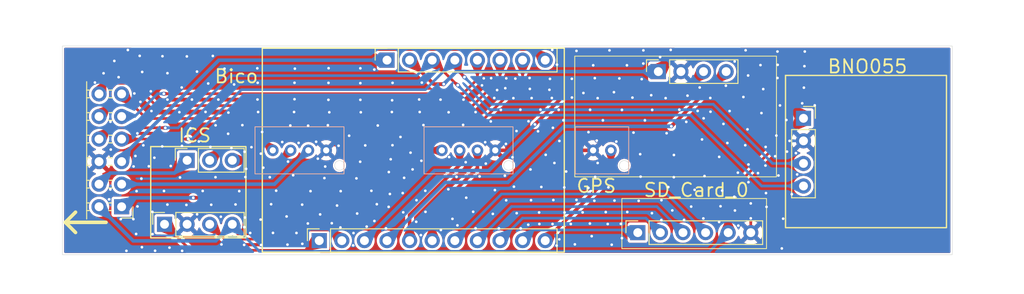
<source format=kicad_pcb>
(kicad_pcb (version 20241229) (generator "pcbnew") (generator_version "9.0")
  (layers (0 "F.Cu" signal) (2 "B.Cu" signal) (13 "F.Paste" user) (15 "B.Paste" user) (5 "F.SilkS" user "F.Silkscreen") (7 "B.SilkS" user "B.Silkscreen") (1 "F.Mask" user) (3 "B.Mask" user) (25 "Edge.Cuts" user))
  (net 0 "")
  (net 1 "/EN_ICS")
  (net 2 "/SDA_SDP_AS1")
  (net 3 "/5V_DC_Rudder")
  (net 4 "/DC_GND")
  (net 5 "/SCL_SDP_AS1")
  (net 6 "/5V_DC_Bico")
  (net 7 "/SIG_ICS")
  (net 8 "/SCL_AS0")
  (net 9 "/5V_DC_Under")
  (net 10 "/RX_ICS")
  (net 11 "/TX_ICS")
  (net 12 "/MISO_SD0")
  (net 13 "/MOSI_SD0")
  (net 14 "/CS_SD0")
  (net 15 "/CLK_SD0")
  (net 16 "/TX_GPS")
  (net 17 "/RX_GPS")
  (net 18 "/TX_ESP")
  (net 19 "/RX_ESP")
  (net 20 "/TX_Under")
  (net 21 "/RX_Under")
  (net 22 "/SPK")
  (net 23 "/5V_DC_ICS")
  (net 24 "/SCL_BNO")
  (net 25 "/3V3_BNO")
  (footprint "Connector_PinSocket_2.54mm:PinSocket_1x04_P2.54mm_Vertical" (layer "F.Cu") (at 108.45 153.07 90)
    (property "Reference" "J6" (hide yes))
    (property "Value" "ICS" (hide yes))
  )
  (footprint "Connector_PinSocket_2.54mm:PinSocket_1x04_P2.54mm_Vertical" (layer "F.Cu") (at 180.265 141.14)
    (property "Reference" "J2" (hide yes))
    (property "Value" "BNO055")
  )
  (footprint "Connector_PinSocket_2.54mm:PinSocket_1x06_P2.54mm_Vertical" (layer "F.Cu") (at 161.64 154.01 90)
    (property "Reference" "J3" (hide yes))
    (property "Value" "SD_0")
  )
  (footprint "Connector_PinHeader_2.54mm:PinHeader_2x06_P2.54mm_Horizontal" (layer "F.Cu") (at 103.63 151.095 180)
    (property "Reference" "J1" (hide yes))
    (property "Value" "Conn_01x12_Socket" (hide yes))
  )
  (footprint "Connector_PinSocket_2.54mm:PinSocket_1x08_P2.54mm_Vertical" (layer "F.Cu") (at 133.45743 134.59 90)
    (property "Reference" "J7" (hide yes))
    (property "Value" "Conn_01x08_Socket" (hide yes))
  )
  (footprint "Connector_PinSocket_2.54mm:PinSocket_1x03_P2.54mm_Vertical" (layer "F.Cu") (at 110.99 145.87 90)
    (property "Reference" "J8" (hide yes))
    (property "Value" "ICS" (hide yes))
  )
  (footprint "Connector_PinSocket_2.54mm:PinSocket_1x04_P2.54mm_Vertical" (layer "F.Cu") (at 163.95 135.88 90)
    (property "Reference" "J4" (hide yes))
    (property "Value" "GPS")
  )
  (footprint "Connector_PinSocket_2.54mm:PinSocket_1x11_P2.54mm_Vertical" (layer "F.Cu") (at 125.83743 154.91 90)
    (property "Reference" "J5" (hide yes))
    (property "Value" "Conn_01x11_Socket" (hide yes))
  )
  (footprint "TORICA_Hardwarelib_self-made:PA_Connector_Post_2Pin" (layer "B.Cu") (at 157.62 144.745)
    (property "Reference" "J9" (hide yes))
    (property "Value" "SPK" (hide yes))
    (fp_circle (center 2.5 1.7) (end 3.05 1.7) (stroke (width 0.05)) (fill no) (layer "Edge.Cuts"))
  )
  (footprint "TORICA_Hardwarelib_self-made:PA_Connector_Pos_4Pin" (layer "B.Cu") (at 123.62 144.745)
    (property "Reference" "J10" (hide yes))
    (property "Value" "Survo_Rudder" (hide yes))
    (fp_circle (center 4.5 1.7) (end 5.05 1.7) (stroke (width 0.05)) (fill no) (layer "Edge.Cuts"))
  )
  (footprint "TORICA_Hardwarelib_self-made:PA_Connector_Pos_4Pin" (layer "B.Cu") (at 142.62 144.745)
    (property "Reference" "J11" (hide yes))
    (property "Value" "XIAO_Under" (hide yes))
    (fp_circle (center 4.5 1.7) (end 5.05 1.7) (stroke (width 0.05)) (fill no) (layer "Edge.Cuts"))
  )
  (gr_rect (start 178.245 136.31) (end 196.335 153.45) (stroke (width 0.153)) (fill no) (layer "F.SilkS"))
  (gr_rect (start 154.555 134.14) (end 177.225 147.73) (stroke (width 0.1)) (fill no) (layer "F.SilkS"))
  (gr_rect (start 159.85 150.17) (end 176.11 155.81) (stroke (width 0.1)) (fill no) (layer "F.SilkS"))
  (gr_rect (start 106.9 144.325) (end 117.6 154.595) (stroke (width 0.153)) (fill no) (layer "F.SilkS"))
  (gr_rect (start 119.44 133.236773) (end 153.38 156.206773) (stroke (width 0.153)) (fill no) (layer "F.SilkS"))
  (gr_rect (start 96.975 132.995) (end 196.975 156.495) (stroke (width 0.05)) (fill no) (layer "Edge.Cuts"))
  (gr_text "→" (at 103.57 149.81 180) (layer "F.SilkS") (effects (font (size 6 6) (thickness 0.4)) (justify left bottom)))
  (gr_text "Bico" (at 113.96 137.29 0) (layer "F.SilkS") (effects (font (size 1.5 1.5) (thickness 0.2)) (justify left bottom)))
  (gr_text "ICS" (at 109.89 143.95 0) (layer "F.SilkS") (effects (font (size 1.5 1.5) (thickness 0.2)) (justify left bottom)))
  (gr_text "BNO055" (at 182.86 136.18 0) (layer "F.SilkS") (effects (font (size 1.5 1.5) (thickness 0.2)) (justify left bottom)))
  (gr_text "SD_Card_0" (at 162.19 150.09 0) (layer "F.SilkS") (effects (font (size 1.5 1.5) (thickness 0.2)) (justify left bottom)))
  (gr_text "GPS" (at 154.63 149.64 0) (layer "F.SilkS") (effects (font (size 1.5 1.5) (thickness 0.2)) (justify left bottom)))
  (segment (start 116.07 145.87) (end 121.474702 145.87) (width 0.4) (layer "F.Cu") (net 1))
  (segment (start 121.474702 145.87) (end 122.599702 144.745) (width 0.4) (layer "F.Cu") (net 1))
  (segment (start 122.599702 144.745) (end 122.62 144.745) (width 0.4) (layer "F.Cu") (net 1))
  (segment (start 141.98 138.37) (end 143.61743 136.73257) (width 0.3) (layer "F.Cu") (net 2))
  (segment (start 143.61743 136.73257) (end 143.61743 134.59) (width 0.3) (layer "F.Cu") (net 2))
  (segment (start 108.37 138.37) (end 141.98 138.37) (width 0.3) (layer "F.Cu") (net 2))
  (via (at 108.37 138.37) (size 0.45) (drill 0.3) (layers "F.Cu" "B.Cu") (net 2))
  (segment (start 107.67 138.37) (end 105.105 140.935) (width 0.3) (layer "B.Cu") (net 2))
  (segment (start 108.37 138.37) (end 107.67 138.37) (width 0.3) (layer "B.Cu") (net 2))
  (segment (start 105.105 140.935) (end 103.63 140.935) (width 0.3) (layer "B.Cu") (net 2))
  (segment (start 120.81 148.555) (end 124.62 144.745) (width 0.4) (layer "B.Cu") (net 3))
  (segment (start 103.63 148.555) (end 120.81 148.555) (width 0.4) (layer "B.Cu") (net 3))
  (segment (start 127.269999 144.095001) (end 132.724999 144.095001) (width 0.4) (layer "F.Cu") (net 4))
  (segment (start 132.724999 144.095001) (end 133.777 143.043) (width 0.4) (layer "F.Cu") (net 4))
  (segment (start 145.62 144.745) (end 156.62 144.745) (width 0.4) (layer "F.Cu") (net 4))
  (segment (start 105.85 147.93) (end 105.274 147.354) (width 0.3) (layer "F.Cu") (net 4))
  (segment (start 133.777 143.043) (end 143.918 143.043) (width 0.4) (layer "F.Cu") (net 4))
  (segment (start 143.918 143.043) (end 145.62 144.745) (width 0.4) (layer "F.Cu") (net 4))
  (segment (start 174.34 149.605) (end 180.265 143.68) (width 0.3) (layer "F.Cu") (net 4))
  (segment (start 162.825 138.54) (end 163.15 138.54) (width 0.4) (layer "F.Cu") (net 4))
  (segment (start 174.34 154.01) (end 174.34 152.4) (width 0.3) (layer "F.Cu") (net 4))
  (segment (start 174.34 152.4) (end 174.34 150.72) (width 0.3) (layer "F.Cu") (net 4))
  (segment (start 156.62 144.745) (end 162.825 138.54) (width 0.4) (layer "F.Cu") (net 4))
  (segment (start 126.62 144.745) (end 127.269999 144.095001) (width 0.4) (layer "F.Cu") (net 4))
  (segment (start 110.99 153.07) (end 108.775 150.855) (width 0.3) (layer "F.Cu") (net 4))
  (segment (start 174.34 150.72) (end 174.34 149.605) (width 0.3) (layer "F.Cu") (net 4))
  (segment (start 102.429 147.354) (end 101.09 146.015) (width 0.3) (layer "F.Cu") (net 4))
  (segment (start 108.775 150.855) (end 105.85 147.93) (width 0.3) (layer "F.Cu") (net 4))
  (segment (start 105.274 147.354) (end 102.429 147.354) (width 0.3) (layer "F.Cu") (net 4))
  (via (at 118.97 140.43) (size 0.45) (drill 0.3) (layers "F.Cu" "B.Cu") (net 4))
  (via (at 160.42 135.17) (size 0.45) (drill 0.3) (layers "F.Cu" "B.Cu") (net 4))
  (via (at 157.72 141.37) (size 0.45) (drill 0.3) (layers "F.Cu" "B.Cu") (net 4))
  (via (at 148.44 140.17) (size 0.45) (drill 0.3) (layers "F.Cu" "B.Cu") (net 4))
  (via (at 112.11 151.95) (size 0.45) (drill 0.3) (layers "F.Cu" "B.Cu") (net 4))
  (via (at 118.92 137.14) (size 0.45) (drill 0.3) (layers "F.Cu" "B.Cu") (net 4))
  (via (at 146.03 153.53) (size 0.45) (drill 0.3) (layers "F.Cu" "B.Cu") (net 4))
  (via (at 112.1 135.88) (size 0.45) (drill 0.3) (layers "F.Cu" "B.Cu") (net 4))
  (via (at 111.53 139.03) (size 0.45) (drill 0.3) (layers "F.Cu" "B.Cu") (net 4))
  (via (at 126.42 147.87) (size 0.45) (drill 0.3) (layers "F.Cu" "B.Cu") (net 4))
  (via (at 102.22 150.26) (size 0.45) (drill 0.3) (layers "F.Cu" "B.Cu") (net 4))
  (via (at 113.36 137.22) (size 0.45) (drill 0.3) (layers "F.Cu" "B.Cu") (net 4))
  (via (at 145.83 137.96) (size 0.45) (drill 0.3) (layers "F.Cu" "B.Cu") (net 4))
  (via (at 169.14 147.64) (size 0.45) (drill 0.3) (layers "F.Cu" "B.Cu") (net 4))
  (via (at 156.76 150.42) (size 0.45) (drill 0.3) (layers "F.Cu" "B.Cu") (net 4))
  (via (at 156.28 140.18) (size 0.45) (drill 0.3) (layers "F.Cu" "B.Cu") (net 4))
  (via (at 174.34 150.72) (size 0.45) (drill 0.3) (layers "F.Cu" "B.Cu") (net 4))
  (via (at 149.58 146.9) (size 0.45) (drill 0.3) (layers "F.Cu" "B.Cu") (net 4))
  (via (at 110.19 147.8) (size 0.45) (drill 0.3) (layers "F.Cu" "B.Cu") (net 4))
  (via (at 148.48 153.53) (size 0.45) (drill 0.3) (layers "F.Cu" "B.Cu") (net 4))
  (via (at 149.71 138.86) (size 0.45) (drill 0.3) (layers "F.Cu" "B.Cu") (net 4))
  (via (at 176.05 149.56) (size 0.45) (drill 0.3) (layers "F.Cu" "B.Cu") (net 4))
  (via (at 147.88 136.67) (size 0.45) (drill 0.3) (layers "F.Cu" "B.Cu") (net 4))
  (via (at 130.1 151.86) (size 0.45) (drill 0.3) (layers "F.Cu" "B.Cu") (net 4))
  (via (at 158.04 151.7) (size 0.45) (drill 0.3) (layers "F.Cu" "B.Cu") (net 4))
  (via (at 159.86 140.19) (size 0.45) (drill 0.3) (layers "F.Cu" "B.Cu") (net 4))
  (via (at 151.77 136.7) (size 0.45) (drill 0.3) (layers "F.Cu" "B.Cu") (net 4))
  (via (at 106.69 146.54) (size 0.45) (drill 0.3) (layers "F.Cu" "B.Cu") (net 4))
  (via (at 119.55 146.7) (size 0.45) (drill 0.3) (layers "F.Cu" "B.Cu") (net 4))
  (via (at 143.41 153.52) (size 0.45) (drill 0.3) (layers "F.Cu" "B.Cu") (net 4))
  (via (at 123.52 143.91) (size 0.45) (drill 0.3) (layers "F.Cu" "B.Cu") (net 4))
  (via (at 166.84 152.58) (size 0.45) (drill 0.3) (layers "F.Cu" "B.Cu") (net 4))
  (via (at 151.29 145.25) (size 0.45) (drill 0.3) (layers "F.Cu" "B.Cu") (net 4))
  (via (at 115.97 144.49) (size 0.45) (drill 0.3) (layers "F.Cu" "B.Cu") (net 4))
  (via (at 145.35 151.9) (size 0.45) (drill 0.3) (layers "F.Cu" "B.Cu") (net 4))
  (via (at 177.83 155.79) (size 0.45) (drill 0.3) (layers "F.Cu" "B.Cu") (net 4))
  (via (at 122.91 147.55) (size 0.45) (drill 0.3) (layers "F.Cu" "B.Cu") (net 4))
  (via (at 135.38 147.84) (size 0.45) (drill 0.3) (layers "F.Cu" "B.Cu") (net 4))
  (via (at 177.215 143.085) (size 0.45) (drill 0.3) (layers "F.Cu" "B.Cu") (net 4))
  (via (at 152.75 140.18) (size 0.45) (drill 0.3) (layers "F.Cu" "B.Cu") (net 4))
  (via (at 164.29 152.59) (size 0.45) (drill 0.3) (layers "F.Cu" "B.Cu") (net 4))
  (via (at 180.31 137.69) (size 0.45) (drill 0.3) (layers "F.Cu" "B.Cu") (net 4))
  (via (at 172.49 149.97) (size 0.45) (drill 0.3) (layers "F.Cu" "B.Cu") (net 4))
  (via (at 171.96 140.32) (size 0.45) (drill 0.3) (layers "F.Cu" "B.Cu") (net 4))
  (via (at 147.56 145.52) (size 0.45) (drill 0.3) (layers "F.Cu" "B.Cu") (net 4))
  (via (at 134.03 139.11) (size 0.45) (drill 0.3) (layers "F.Cu" "B.Cu") (net 4))
  (via (at 170.78 152.81) (size 0.45) (drill 0.3) (layers "F.Cu" "B.Cu") (net 4))
  (via (at 117.49 152.31) (size 0.45) (drill 0.3) (layers "F.Cu" "B.Cu") (net 4))
  (via (at 105.41 151.06) (size 0.45) (drill 0.3) (layers "F.Cu" "B.Cu") (net 4))
  (via (at 105.91 155.65) (size 0.45) (drill 0.3) (layers "F.Cu" "B.Cu") (net 4))
  (via (at 116.27 137.33) (size 0.45) (drill 0.3) (layers "F.Cu" "B.Cu") (net 4))
  (via (at 131.01 144.19) (size 0.45) (drill 0.3) (layers "F.Cu" "B.Cu") (net 4))
  (via (at 150.58 153.04) (size 0.45) (drill 0.3) (layers "F.Cu" "B.Cu") (net 4))
  (via (at 133.64 151.11) (size 0.45) (drill 0.3) (layers "F.Cu" "B.Cu") (net 4))
  (via (at 128.01 144.23) (size 0.45) (drill 0.3) (layers "F.Cu" "B.Cu") (net 4))
  (via (at 166.31 140.17) (size 0.45) (drill 0.3) (layers "F.Cu" "B.Cu") (net 4))
  (via (at 130.46 135.51) (size 0.45) (drill 0.3) (layers "F.Cu" "B.Cu") (net 4))
  (via (at 137.78 151.67) (size 0.45) (drill 0.3) (layers "F.Cu" "B.Cu") (net 4))
  (via (at 137.07 139.02) (size 0.45) (drill 0.3) (layers "F.Cu" "B.Cu") (net 4))
  (via (at 165.69 147.77) (size 0.45) (drill 0.3) (layers "F.Cu" "B.Cu") (net 4))
  (via (at 126.89 135.5) (size 0.45) (drill 0.3) (layers "F.Cu" "B.Cu") (net 4))
  (via (at 117.42 153.39) (size 0.45) (drill 0.3) (layers "F.Cu" "B.Cu") (net 4))
  (via (at 169.79 138.85) (size 0.45) (drill 0.3) (layers "F.Cu" "B.Cu") (net 4))
  (via (at 123.01 140.43) (size 0.45) (drill 0.3) (layers "F.Cu" "B.Cu") (net 4))
  (via (at 109.15 146.51) (size 0.45) (drill 0.3) (layers "F.Cu" "B.Cu") (net 4))
  (via (at 108.19 144.3) (size 0.45) (drill 0.3) (layers "F.Cu" "B.Cu") (net 4))
  (via (at 104.17 156.06) (size 0.45) (drill 0.3) (layers "F.Cu" "B.Cu") (net 4))
  (via (at 165.52 151.51) (size 0.45) (drill 0.3) (layers "F.Cu" "B.Cu") (net 4))
  (via (at 156.85 147.74) (size 0.45) (drill 0.3) (layers "F.Cu" "B.Cu") (net 4))
  (via (at 149.33 153.12) (size 0.45) (drill 0.3) (layers "F.Cu" "B.Cu") (net 4))
  (via (at 146.25 140.19) (size 0.45) (drill 0.3) (layers "F.Cu" "B.Cu") (net 4))
  (via (at 178.41 144.89) (size 0.45) (drill 0.3) (layers "F.Cu" "B.Cu") (net 4))
  (via (at 142.05 139.04) (size 0.45) (drill 0.3) (layers "F.Cu" "B.Cu") (net 4))
  (via (at 156.46 154.41) (size 0.45) (drill 0.3) (layers "F.Cu" "B.Cu") (net 4))
  (via (at 158.34 148.91) (size 0.45) (drill 0.3) (layers "F.Cu" "B.Cu") (net 4))
  (via (at 100.63 137.11) (size 0.45) (drill 0.3) (layers "F.Cu" "B.Cu") (net 4))
  (via (at 106.98 140.32) (size 0.45) (drill 0.3) (layers "F.Cu" "B.Cu") (net 4))
  (via (at 107.31 145.58) (size 0.45) (drill 0.3) (layers "F.Cu" "B.Cu") (net 4))
  (via (at 140.38 140.46) (size 0.45) (drill 0.3) (layers "F.Cu" "B.Cu") (net 4))
  (via (at 136.1 145.01) (size 0.45) (drill 0.3) (layers "F.Cu" "B.Cu") (net 4))
  (via (at 105.06 138.34) (size 0.45) (drill 0.3) (layers "F.Cu" "B.Cu") (net 4))
  (via (at 109.01 155.7) (size 0.45) (drill 0.3) (layers "F.Cu" "B.Cu") (net 4))
  (via (at 171.54 137.47) (size 0.45) (drill 0.3) (layers "F.Cu" "B.Cu") (net 4))
  (via (at 144.33 136.64) (size 0.45) (drill 0.3) (layers "F.Cu" "B.Cu") (net 4))
  (via (at 127.25 152.95) (size 0.45) (drill 0.3) (layers "F.Cu" "B.Cu") (net 4))
  (via (at 110.38 137.67) (size 0.45) (drill 0.3) (layers "F.Cu" "B.Cu") (net 4))
  (via (at 129.69 154.06) (size 0.45) (drill 0.3) (layers "F.Cu" "B.Cu") (net 4))
  (via (at 120.64 154.04) (size 0.45) (drill 0.3) (layers "F.Cu" "B.Cu") (net 4))
  (via (at 119.28 145.12) (size 0.45) (drill 0.3) (layers "F.Cu" "B.Cu") (net 4))
  (via (at 165.34 133.44) (size 0.45) (drill 0.3) (layers "F.Cu" "B.Cu") (net 4))
  (via (at 137.37 137.12) (size 0.45) (drill 0.3) (layers "F.Cu" "B.Cu") (net 4))
  (via (at 114.18 147.77) (size 0.45) (drill 0.3) (layers "F.Cu" "B.Cu") (net 4))
  (via (at 139.51 153.71) (size 0.45) (drill 0.3) (layers "F.Cu" "B.Cu") (net 4))
  (via (at 171.12 149.28) (size 0.45) (drill 0.3) (layers "F.Cu" "B.Cu") (net 4))
  (via (at 172.94 153.22) (size 0.45) (drill 0.3) (layers "F.Cu" "B.Cu") (net 4))
  (via (at 140.44 145.5) (size 0.45) (drill 0.3) (layers "F.Cu" "B.Cu") (net 4))
  (via (at 168.86 143.52) (size 0.45) (drill 0.3) (layers "F.Cu" "B.Cu") (net 4))
  (via (at 177.98 152.44) (size 0.45) (drill 0.3) (layers "F.Cu" "B.Cu") (net 4))
  (via (at 147.66 138.87) (size 0.45) (drill 0.3) (layers "F.Cu" "B.Cu") (net 4))
  (via (at 162.26 134.97) (size 0.45) (drill 0.3) (layers "F.Cu" "B.Cu") (net 4))
  (via (at 102.37 141.53) (size 0.45) (drill 0.3) (layers "F.Cu" "B.Cu") (net 4))
  (via (at 142.01 141.88) (size 0.45) (drill 0.3) (layers "F.Cu" "B.Cu") (net 4))
  (via (at 103.53 152.49) (size 0.45) (drill 0.3) (layers "F.Cu" "B.Cu") (net 4))
  (via (at 137.32 145.92) (size 0.45) (drill 0.3) (layers "F.Cu" "B.Cu") (net 4))
  (via (at 126.97 140.46) (size 0.45) (drill 0.3) (layers "F.Cu" "B.Cu") (net 4))
  (via (at 152.15 150.34) (size 0.45) (drill 0.3) (layers "F.Cu" "B.Cu") (net 4))
  (via (at 164.15 134.24) (size 0.45) (drill 0.3) (layers "F.Cu" "B.Cu") (net 4))
  (via (at 117.4 155.39) (size 0.45) (drill 0.3) (layers "F.Cu" "B.Cu") (net 4))
  (via (at 174.08 146.34) (size 0.45) (drill 0.3) (layers "F.Cu" "B.Cu") (net 4))
  (via (at 159.02 150.4) (size 0.45) (drill 0.3) (layers "F.Cu" "B.Cu") (net 4))
  (via (at 108.22 134.15) (size 0.45) (drill 0.3) (layers "F.Cu" "B.Cu") (net 4))
  (via (at 177.34 133.62) (size 0.45) (drill 0.3) (layers "F.Cu" "B.Cu") (net 4))
  (via (at 144.49 143.83) (size 0.45) (drill 0.3) (layers "F.Cu" "B.Cu") (net 4))
  (via (at 147.72 148.84) (size 0.45) (drill 0.3) (layers "F.Cu" "B.Cu") (net 4))
  (via (at 144.13 137.43) (size 0.45) (drill 0.3) (layers "F.Cu" "B.Cu") (net 4))
  (via (at 146.85 150.37) (size 0.45) (drill 0.3) (layers "F.Cu" "B.Cu") (net 4))
  (via (at 174.34 152.4) (size 0.45) (drill 0.3) (layers "F.Cu" "B.Cu") (net 4))
  (via (at 104.95 152.49) (size 0.45) (drill 0.3) (layers "F.Cu" "B.Cu") (net 4))
  (via (at 140.81 152.46) (size 0.45) (drill 0.3) (layers "F.Cu" "B.Cu") (net 4))
  (via (at 180.41 133.62) (size 0.45) (drill 0.3) (layers "F.Cu" "B.Cu") (net 4))
  (via (at 110.43 156.06) (size 0.45) (drill 0.3) (layers "F.Cu" "B.Cu") (net 4))
  (via (at 135.22 149.56) (size 0.45) (drill 0.3) (layers "F.Cu" "B.Cu") (net 4))
  (via (at 148.01 142.57) (size 0.45) (drill 0.3) (layers "F.Cu" "B.Cu") (net 4))
  (via (at 167.09 141.54) (size 0.45) (drill 0.3) (layers "F.Cu" "B.Cu") (net 4))
  (via (at 164.77 138.87) (size 0.45) (drill 0.3) (layers "F.Cu" "B.Cu") (net 4))
  (via (at 122.17 152.19) (size 0.45) (drill 0.3) (layers "F.Cu" "B.Cu") (net 4))
  (via (at 153.41 151.74) (size 0.45) (drill 0.3) (layers "F.Cu" "B.Cu") (net 4))
  (via (at 120.28 147.77) (size 0.45) (drill 0.3) (layers "F.Cu" "B.Cu") (net 4))
  (via (at 139.47 139.04) (size 0.45) (drill 0.3) (layers "F.Cu" "B.Cu") (net 4))
  (via (at 171.27 141.77) (size 0.45) (drill 0.3) (layers "F.Cu" "B.Cu") (net 4))
  (via (at 123.92 150.86) (size 0.45) (drill 0.3) (layers "F.Cu" "B.Cu") (net 4))
  (via (at 177.34 136.6) (size 0.45) (drill 0.3) (layers "F.Cu" "B.Cu") (net 4))
  (via (at 123.06 137.14) (size 0.45) (drill 0.3) (layers "F.Cu" "B.Cu") (net 4))
  (via (at 163.23 151.82) (size 0.45) (drill 0.3) (layers "F.Cu" "B.Cu") (net 4))
  (via (at 132.03 135.65) (size 0.45) (drill 0.3) (layers "F.Cu" "B.Cu") (net 4))
  (via (at 119.42 142.68) (size 0.45) (drill 0.3) (layers "F.Cu" "B.Cu") (net 4))
  (via (at 145.58 149.22) (size 0.45) (drill 0.3) (layers "F.Cu" "B.Cu") (net 4))
  (via (at 169.04 141.14) (size 0.45) (drill 0.3) (layers "F.Cu" "B.Cu") (net 4))
  (via (at 119.25 152.54) (size 0.45) (drill 0.3) (layers "F.Cu" "B.Cu") (net 4))
  (via (at 137.55 141.9) (size 0.45) (drill 0.3) (layers "F.Cu" "B.Cu") (net 4))
  (via (at 154.75 150.33) (size 0.45) (drill 0.3) (layers "F.Cu" "B.Cu") (net 4))
  (via (at 141.37 153.19) (size 0.45) (drill 0.3) (layers "F.Cu" "B.Cu") (net 4))
  (via (at 160.46 151.69) (size 0.45) (drill 0.3) (layers "F.Cu" "B.Cu") (net 4))
  (via (at 153.59 147.13) (size 0.45) (drill 0.3) (layers "F.Cu" "B.Cu") (net 4))
  (via (at 102.41 144.66) (size 0.45) (drill 0.3) (layers "F.Cu" "B.Cu") (net 4))
  (via (at 149.36 141.47) (size 0.45) (drill 0.3) (layers "F.Cu" "B.Cu") (net 4))
  (via (at 128.25 149.34) (size 0.45) (drill 0.3) (layers "F.Cu" "B.Cu") (net 4))
  (via (at 136.74 152.79) (size 0.45) (drill 0.3) (layers "F.Cu" "B.Cu") (net 4))
  (via (at 168.37 140.31) (size 0.45) (drill 0.3) (layers "F.Cu" "B.Cu") (net 4))
  (via (at 126.51 146.57) (size 0.45) (drill 0.3) (layers "F.Cu" "B.Cu") (net 4))
  (via (at 152.06 153.04) (size 0.45) (drill 0.3) (layers "F.Cu" "B.Cu") (net 4))
  (via (at 110.41 144.25) (size 0.45) (drill 0.3) (layers "F.Cu" "B.Cu") (net 4))
  (via (at 121.68 143.81) (size 0.45) (drill 0.3) (layers "F.Cu" "B.Cu") (net 4))
  (via (at 115.6 142.88) (size 0.45) (drill 0.3) (layers "F.Cu" "B.Cu") (net 4))
  (via (at 150.8 148.87) (size 0.45) (drill 0.3) (layers "F.Cu" "B.Cu") (net 4))
  (via (at 172.56 151.52) (size 0.45) (drill 0.3) (layers "F.Cu" "B.Cu") (net 4))
  (via (at 146.86 136.64) (size 0.45) (drill 0.3) (layers "F.Cu" "B.Cu") (net 4))
  (via (at 116.43 150.84) (size 0.45) (drill 0.3) (layers "F.Cu" "B.Cu") (net 4))
  (via (at 154.24 138.8) (size 0.45) (drill 0.3) (layers "F.Cu" "B.Cu") (net 4))
  (via (at 180.37 135.27) (size 0.45) (drill 0.3) (layers "F.Cu" "B.Cu") (net 4))
  (via (at 120.4325 150.8125) (size 0.45) (drill 0.3) (layers "F.Cu" "B.Cu") (net 4))
  (via (at 108.78 139.03) (size 0.45) (drill 0.3) (layers "F.Cu" "B.Cu") (net 4))
  (via (at 157.13 146.17) (size 0.45) (drill 0.3) (layers "F.Cu" "B.Cu") (net 4))
  (via (at 161.04 138.81) (size 0.45) (drill 0.3) (layers "F.Cu" "B.Cu") (net 4))
  (via (at 181.53 139.68) (size 0.45) (drill 0.3) (layers "F.Cu" "B.Cu") (net 4))
  (via (at 129.2 143.1) (size 0.45) (drill 0.3) (layers "F.Cu" "B.Cu") (net 4))
  (via (at 173.51 138.74) (size 0.45) (drill 0.3) (layers "F.Cu" "B.Cu") (net 4))
  (via (at 149.51 137.83) (size 0.45) (drill 0.3) (layers "F.Cu" "B.Cu") (net 4))
  (via (at 154.57 155.33) (size 0.45) (drill 0.3) (layers "F.Cu" "B.Cu") (net 4))
  (via (at 122.59 141.95) (size 0.45) (drill 0.3) (layers "F.Cu" "B.Cu") (net 4))
  (via (at 133.66 147.19) (size 0.45) (drill 0.3) (layers "F.Cu" "B.Cu") (net 4))
  (via (at 174.08 148.33) (size 0.45) (drill 0.3) (layers "F.Cu" "B.Cu") (net 4))
  (via (at 104.33 133.45) (size 0.45) (drill 0.3) (layers "F.Cu" "B.Cu") (net 4))
  (via (at 118.9 139.02) (size 0.45) (drill 0.3) (layers "F.Cu" "B.Cu") (net 4))
  (via (at 122.27 155.36) (size 0.45) (drill 0.3) (layers "F.Cu" "B.Cu") (net 4))
  (via (at 117.54 147.75) (size 0.45) (drill 0.3) (layers "F.Cu" "B.Cu") (net 4))
  (via (at 106.07 144.18) (size 0.45) (drill 0.3) (layers "F.Cu" "B.Cu") (net 4))
  (via (at 123.94 155.27) (size 0.45) (drill 0.3) (layers "F.Cu" "B.Cu") (net 4))
  (via (at 152.52 155.47) (size 0.45) (drill 0.3) (layers "F.Cu" "B.Cu") (net 4))
  (via (at 173.76 133.48) (size 0.45) (drill 0.3) (layers "F.Cu" "B.Cu") (net 4))
  (via (at 142.36 150.08) (size 0.45) (drill 0.3) (layers "F.Cu" "B.Cu") (net 4))
  (via (at 137.13 140.43) (size 0.45) (drill 0.3) (layers "F.Cu" "B.Cu") (net 4))
  (via (at 105.18 145.38) (size 0.45) (drill 0.3) (layers "F.Cu" "B.Cu") (net 4))
  (via (at 125.49 143.78) (size 0.45) (drill 0.3) (layers "F.Cu" "B.Cu") (net 4))
  (via (at 113.88 134.12) (size 0.45) (drill 0.3) (layers "F.Cu" "B.Cu") (net 4))
  (via (at 150.55 151.74) (size 0.45) (drill 0.3) (layers "F.Cu" "B.Cu") (net 4))
  (via (at 144.56 146.24) (size 0.45) (drill 0.3) (layers "F.Cu" "B.Cu") (net 4))
  (via (at 105.94 135.92) (size 0.45) (drill 0.3) (layers "F.Cu" "B.Cu") (net 4))
  (via (at 105.31 149.34) (size 0.45) (drill 0.3) (layers "F.Cu" "B.Cu") (net 4))
  (via (at 140.35 149.13) (size 0.45) (drill 0.3) (layers "F.Cu" "B.Cu") (net 4))
  (via (at 112.31 143.75) (size 0.45) (drill 0.3) (layers "F.Cu" "B.Cu") (net 4))
  (via (at 121 149.29) (size 0.45) (drill 0.3) (layers "F.Cu" "B.Cu") (net 4))
  (via (at 105.74 139.29) (size 0.45) (drill 0.3) (layers "F.Cu" "B.Cu") (net 4))
  (via (at 151.98 138.85) (size 0.45) (drill 0.3) (layers "F.Cu" "B.Cu") (net 4))
  (via (at 131.17 153.33) (size 0.45) (drill 0.3) (layers "F.Cu" "B.Cu") (net 4))
  (via (at 136.33 146.89) (size 0.45) (drill 0.3) (layers "F.Cu" "B.Cu") (net 4))
  (via (at 103.29 136.51) (size 0.45) (drill 0.3) (layers "F.Cu" "B.Cu") (net 4))
  (via (at 156.1 142.7) (size 0.45) (drill 0.3) (layers "F.Cu" "B.Cu") (net 4))
  (via (at 159.57 136.65) (size 0.45) (drill 0.3) (layers "F.Cu" "B.Cu") (net 4))
  (via (at 142.3 146.08) (size 0.45) (drill 0.3) (layers "F.Cu" "B.Cu") (net 4))
  (via (at 152.82 154.76) (size 0.45) (drill 0.3) (layers "F.Cu" "B.Cu") (net 4))
  (via (at 101.6 136.07) (size 0.45) (drill 0.3) (layers "F.Cu" "B.Cu") (net 4))
  (via (at 161.16 142.75) (size 0.45) (drill 0.3) (layers "F.Cu" "B.Cu") (net 4))
  (via (at 133.87 145.75) (size 0.45) (drill 0.3) (layers "F.Cu" "B.Cu") (net 4))
  (via (at 133.78 149.66) (size 0.45) (drill 0.3) (layers "F.Cu" "B.Cu") (net 4))
  (via (at 132.42 141.95) (size 0.45) (drill 0.3) (layers "F.Cu" "B.Cu") (net 4))
  (via (at 172.53 134.74) (size 0.45) (drill 0.3) (layers "F.Cu" "B.Cu") (net 4))
  (via (at 105.85 147.93) (size 0.45) (drill 0.3) (layers "F.Cu" "B.Cu") (net 4))
  (via (at 113.7 150.87) (size 0.45) (drill 0.3) (layers "F.Cu" "B.Cu") (net 4))
  (via (at 146.82 144.02) (size 0.45) (drill 0.3) (layers "F.Cu" "B.Cu") (net 4))
  (via (at 172.89 147.26) (size 0.45) (drill 0.3) (layers "F.Cu" "B.Cu") (net 4))
  (via (at 127.84 150.96) (size 0.45) (drill 0.3) (layers "F.Cu" "B.Cu") (net 4))
  (via (at 131.7 149.3) (size 0.45) (drill 0.3) (layers "F.Cu" "B.Cu") (net 4))
  (via (at 125.6825 145.6825) (size 0.45) (drill 0.3) (layers "F.Cu" "B.Cu") (net 4))
  (via (at 150.7 140.17) (size 0.45) (drill 0.3) (layers "F.Cu" "B.Cu") (net 4))
  (via (at 126.81 141.92) (size 0.45) (drill 0.3) (layers "F.Cu" "B.Cu") (net 4))
  (via (at 152.03 133.44) (size 0.45) (drill 0.3) (layers "F.Cu" "B.Cu") (net 4))
  (via (at 165.7 145.27) (size 0.45) (drill 0.3) (layers "F.Cu" "B.Cu") (net 4))
  (via (at 178.95 149.69) (size 0.45) (drill 0.3) (layers "F.Cu" "B.Cu") (net 4))
  (via (at 128.22 153.43) (size 0.45) (drill 0.3) (layers "F.Cu" "B.Cu") (net 4))
  (via (at 104.97 146.56) (size 0.45) (drill 0.3) (layers "F.Cu" "B.Cu") (net 4))
  (via (at 126.88 137.15) (size 0.45) (drill 0.3) (layers "F.Cu" "B.Cu") (net 4))
  (via (at 175.99 146.46) (size 0.45) (drill 0.3) (layers "F.Cu" "B.Cu") (net 4))
  (via (at 107.1 154.18) (size 0.45) (drill 0.3) (layers "F.Cu" "B.Cu") (net 4))
  (via (at 162.44 141.37) (size 0.45) (drill 0.3) (layers "F.Cu" "B.Cu") (net 4))
  (via (at 145.12 141.49) (size 0.45) (drill 0.3) (layers "F.Cu" "B.Cu") (net 4))
  (via (at 159.86 154.63) (size 0.45) (drill 0.3) (layers "F.Cu" "B.Cu") (net 4))
  (via (at 105.4 142.83) (size 0.45) (drill 0.3) (layers "F.Cu" "B.Cu") (net 4))
  (via (at 122.33 146.01) (size 0.45) (drill 0.3) (layers "F.Cu" "B.Cu") (net 4))
  (via (at 175.43 135.15) (size 0.45) (drill 0.3) (layers "F.Cu" "B.Cu") (net 4))
  (via (at 159.23 143.76) (size 0.45) (drill 0.3) (layers "F.Cu" "B.Cu") (net 4))
  (via (at 155.53 138.29) (size 0.45) (drill 0.3) (layers "F.Cu" "B.Cu") (net 4))
  (via (at 143.14 151.66) (size 0.45) (drill 0.3) (layers "F.Cu" "B.Cu") (net 4))
  (via (at 102.36 149.15) (size 0.45) (drill 0.3) (layers "F.Cu" "B.Cu") (net 4))
  (via (at 132.04 152.7) (size 0.45) (drill 0.3) (layers "F.Cu" "B.Cu") (net 4))
  (via (at 105.66 134.11) (size 0.45) (drill 0.3) (layers "F.Cu" "B.Cu") (net 4))
  (via (at 161.96 147.71) (size 0.45) (drill 0.3) (layers "F.Cu" "B.Cu") (net 4))
  (via (at 130.44 146.03) (size 0.45) (drill 0.3) (layers "F.Cu" "B.Cu") (net 4))
  (via (at 130.02 147.9) (size 0.45) (drill 0.3) (layers "F.Cu" "B.Cu") (net 4))
  (via (at 153.29 141.36) (size 0.45) (drill 0.3) (layers "F.Cu" "B.Cu") (net 4))
  (via (at 158.71 155.37) (size 0.45) (drill 0.3) (layers "F.Cu" "B.Cu") (net 4))
  (via (at 117.2 141.91) (size 0.45) (drill 0.3) (layers "F.Cu" "B.Cu") (net 4))
  (via (at 137.76 149.3) (size 0.45) (drill 0.3) (layers "F.Cu" "B.Cu") (net 4))
  (via (at 168.03 149.19) (size 0.45) (drill 0.3) (layers "F.Cu" "B.Cu") (net 4))
  (via (at 150.43 142.6) (size 0.45) (drill 0.3) (layers "F.Cu" "B.Cu") (net 4))
  (via (at 164.3 150.36) (size 0.45) (drill 0.3) (layers "F.Cu" "B.Cu") (net 4))
  (via (at 156.09 148.97) (size 0.45) (drill 0.3) (layers "F.Cu" "B.Cu") (net 4))
  (via (at 106.91 138.1) (size 0.45) (drill 0.3) (layers "F.Cu" "B.Cu") (net 4))
  (via (at 137.26 154.29) (size 0.45) (drill 0.3) (layers "F.Cu" "B.Cu") (net 4))
  (via (at 125.94 151.96) (size 0.45) (drill 0.3) (layers "F.Cu" "B.Cu") (net 4))
  (via (at 108.78 136.06) (size 0.45) (drill 0.3) (layers "F.Cu" "B.Cu") (net 4))
  (via (at 152.1 142.21) (size 0.45) (drill 0.3) (layers "F.Cu" "B.Cu") (net 4))
  (via (at 110.91 150.89) (size 0.45) (drill 0.3) (layers "F.Cu" "B.Cu") (net 4))
  (via (at 111.37 142.26) (size 0.45) (drill 0.3) (layers "F.Cu" "B.Cu") (net 4))
  (via (at 123.06 138.99) (size 0.45) (drill 0.3) (layers "F.Cu" "B.Cu") (net 4))
  (via (at 119.31 155.4) (size 0.45) (drill 0.3) (layers "F.Cu" "B.Cu") (net 4))
  (via (at 110.12 140.45) (size 0.45) (drill 0.3) (layers "F.Cu" "B.Cu") (net 4))
  (via (at 158.96 138.2) (size 0.45) (drill 0.3) (layers "F.Cu" "B.Cu") (net 4))
  (via (at 124.59 141.97) (size 0.45) (drill 0.3) (layers "F.Cu" "B.Cu") (net 4))
  (via (at 177.62 139.69) (size 0.45) (drill 0.3) (layers "F.Cu" "B.Cu") (net 4))
  (via (at 110.96 134.17) (size 0.45) (drill 0.3) (layers "F.Cu" "B.Cu") (net 4))
  (via (at 124.56 152.98) (size 0.45) (drill 0.3) (layers "F.Cu" "B.Cu") (net 4))
  (via (at 151.71 137.93) (size 0.45) (drill 0.3) (layers "F.Cu" "B.Cu") (net 4))
  (via (at 143.41 140.44) (size 0.45) (drill 0.3) (layers "F.Cu" "B.Cu") (net 4))
  (via (at 156.26 152.99) (size 0.45) (drill 0.3) (layers "F.Cu" "B.Cu") (net 4))
  (via (at 177.08 145.41) (size 0.45) (drill 0.3) (layers "F.Cu" "B.Cu") (net 4))
  (via (at 154.75 133.55) (size 0.45) (drill 0.3) (layers "F.Cu" "B.Cu") (net 4))
  (via (at 174.04 136.32) (size 0.45) (drill 0.3) (layers "F.Cu" "B.Cu") (net 4))
  (via (at 175.74 137.85) (size 0.45) (drill 0.3) (layers "F.Cu" "B.Cu") (net 4))
  (via (at 146.7 147.6) (size 0.45) (drill 0.3) (layers "F.Cu" "B.Cu") (net 4))
  (via (at 148.03 151.82) (size 0.45) (drill 0.3) (layers "F.Cu" "B.Cu") (net 4))
  (via (at 152.83 143.69) (size 0.45) (drill 0.3) (layers "F.Cu" "B.Cu") (net 4))
  (via (at 168.6 137.67) (size 0.45) (drill 0.3) (layers "F.Cu" "B.Cu") (net 4))
  (via (at 126.87 139.06) (size 0.45) (drill 0.3) (layers "F.Cu" "B.Cu") (net 4))
  (via (at 159.74 153.02) (size 0.45) (drill 0.3) (layers "F.Cu" "B.Cu") (net 4))
  (via (at 134.07 144.17) (size 0.45) (drill 0.3) (layers "F.Cu" "B.Cu") (net 4))
  (via (at 113.61 144.36) (size 0.45) (drill 0.3) (layers "F.Cu" "B.Cu") (net 4))
  (via (at 132.31 150.81) (size 0.45) (drill 0.3) (layers "F.Cu" "B.Cu") (net 4))
  (via (at 178.7 143.68) (size 0.45) (drill 0.3) (layers "F.Cu" "B.Cu") (net 4))
  (via (at 149.48 136.6) (size 0.45) (drill 0.3) (layers "F.Cu" "B.Cu") (net 4))
  (via (at 176.01 144.36) (size 0.45) (drill 0.3) (layers "F.Cu" "B.Cu") (net 4))
  (via (at 114.19 141.93) (size 0.45) (drill 0.3) (layers "F.Cu" "B.Cu") (net 4))
  (via (at 161.74 150.43) (size 0.45) (drill 0.3) (layers "F.Cu" "B.Cu") (net 4))
  (via (at 123.1 135.55) (size 0.45) (drill 0.3) (layers "F.Cu" "B.Cu") (net 4))
  (via (at 175.15 147.31) (size 0.45) (drill 0.3) (layers "F.Cu" "B.Cu") (net 4))
  (via (at 154.23 136.69) (size 0.45) (drill 0.3) (layers "F.Cu" "B.Cu") (net 4))
  (via (at 115.19 135.55) (size 0.45) (drill 0.3) (layers "F.Cu" "B.Cu") (net 4))
  (via (at 124.86 149.34) (size 0.45) (drill 0.3) (layers "F.Cu" "B.Cu") (net 4))
  (via (at 114.5 139.03) (size 0.45) (drill 0.3) (layers "F.Cu" "B.Cu") (net 4))
  (via (at 107.39 156.05) (size 0.45) (drill 0.3) (layers "F.Cu" "B.Cu") (net 4))
  (via (at 164.88 142.82) (size 0.45) (drill 0.3) (layers "F.Cu" "B.Cu") (net 4))
  (via (at 169.01 152.41) (size 0.45) (drill 0.3) (layers "F.Cu" "B.Cu") (net 4))
  (via (at 179.55 147.46) (size 0.45) (drill 0.3) (layers "F.Cu" "B.Cu") (net 4))
  (via (at 130.46 139.06) (size 0.45) (drill 0.3) (layers "F.Cu" "B.Cu") (net 4))
  (via (at 123.28 154.05) (size 0.45) (drill 0.3) (layers "F.Cu" "B.Cu") (net 4))
  (via (at 161.91 145.18) (size 0.45) (drill 0.3) (layers "F.Cu" "B.Cu") (net 4))
  (via (at 135.28 151.72) (size 0.45) (drill 0.3) (layers "F.Cu" "B.Cu") (net 4))
  (via (at 178.34 141.33) (size 0.45) (drill 0.3) (layers "F.Cu" "B.Cu") (net 4))
  (via (at 118.08 154.05) (size 0.45) (drill 0.3) (layers "F.Cu" "B.Cu") (net 4))
  (via (at 146.75 137.75) (size 0.45) (drill 0.3) (layers "F.Cu" "B.Cu") (net 4))
  (via (at 157.0275 143.6475) (size 0.45) (drill 0.3) (layers "F.Cu" "B.Cu") (net 4))
  (via (at 167.23 138.59) (size 0.45) (drill 0.3) (layers "F.Cu" "B.Cu") (net 4))
  (via (at 134.08 137.15) (size 0.45) (drill 0.3) (layers "F.Cu" "B.Cu") (net 4))
  (via (at 114.85 155.34) (size 0.45) (drill 0.3) (layers "F.Cu" "B.Cu") (net 4))
  (via (at 145.16 136.62) (size 0.45) (drill 0.3) (layers "F.Cu" "B.Cu") (net 4))
  (via (at 134 140.43) (size 0.45) (drill 0.3) (layers "F.Cu" "B.Cu") (net 4))
  (via (at 108.39 149.32) (size 0.45) (drill 0.3) (layers "F.Cu" "B.Cu") (net 4))
  (via (at 180.12 139.45) (size 0.45) (drill 0.3) (layers "F.Cu" "B.Cu") (net 4))
  (via (at 143.86 147.68) (size 0.45) (drill 0.3) (layers "F.Cu" "B.Cu") (net 4))
  (via (at 156.81 136.62) (size 0.45) (drill 0.3) (layers "F.Cu" "B.Cu") (net 4))
  (via (at 177.45 147.58) (size 0.45) (drill 0.3) (layers "F.Cu" "B.Cu") (net 4))
  (via (at 173.97 142.38) (size 0.45) (drill 0.3) (layers "F.Cu" "B.Cu") (net 4))
  (via (at 102.81 134.68) (size 0.45) (drill 0.3) (layers "F.Cu" "B.Cu") (net 4))
  (via (at 162.08 136.73) (size 0.45) (drill 0.3) (layers "F.Cu" "B.Cu") (net 4))
  (via (at 179.41 145.06) (size 0.45) (drill 0.3) (layers "F.Cu" "B.Cu") (net 4))
  (via (at 158.26 153.04) (size 0.45) (drill 0.3) (layers "F.Cu" "B.Cu") (net 4))
  (via (at 108.775 150.855) (size 0.45) (drill 0.3) (layers "F.Cu" "B.Cu") (net 4))
  (via (at 105.26 154.16) (size 0.45) (drill 0.3) (layers "F.Cu" "B.Cu") (net 4))
  (via (at 162.27 133.49) (size 0.45) (drill 0.3) (layers "F.Cu" "B.Cu") (net 4))
  (via (at 136.77 150.36) (size 0.45) (drill 0.3) (layers "F.Cu" "B.Cu") (net 4))
  (via (at 156.63 135.17) (size 0.45) (drill 0.3) (layers "F.Cu" "B.Cu") (net 4))
  (via (at 112.74 149.32) (size 0.45) (drill 0.3) (layers "F.Cu" "B.Cu") (net 4))
  (via (at 116.85 149.34) (size 0.45) (drill 0.3) (layers "F.Cu" "B.Cu") (net 4))
  (via (at 175.54 140.55) (size 0.45) (drill 0.3) (layers "F.Cu" "B.Cu") (net 4))
  (via (at 157.13 138.87) (size 0.45) (drill 0.3) (layers "F.Cu" "B.Cu") (net 4))
  (via (at 167.64 151.08) (size 0.45) (drill 0.3) (layers "F.Cu" "B.Cu") (net 4))
  (via (at 145.51 138.85) (size 0.45) (drill 0.3) (layers "F.Cu" "B.Cu") (net 4))
  (via (at 152.56 135.1) (size 0.45) (drill 0.3) (layers "F.Cu" "B.Cu") (net 4))
  (via (at 118.22 144.39) (size 0.45) (drill 0.3) (layers "F.Cu" "B.Cu") (net 4))
  (via (at 130.46 137.18) (size 0.45) (drill 0.3) (layers "F.Cu" "B.Cu") (net 4))
  (via (at 117.62 146.83) (size 0.45) (drill 0.3) (layers "F.Cu" "B.Cu") (net 4))
  (via (at 134.97 143.24) (size 0.45) (drill 0.3) (layers "F.Cu" "B.Cu") (net 4))
  (via (at 171.71 143.92) (size 0.45) (drill 0.3) (layers "F.Cu" "B.Cu") (net 4))
  (via (at 149.64 150.36) (size 0.45) (drill 0.3) (layers "F.Cu" "B.Cu") (net 4))
  (via (at 130.51 140.46) (size 0.45) (drill 0.3) (layers "F.Cu" "B.Cu") (net 4))
  (via (at 173.72 144.17) (size 0.45) (drill 0.3) (layers "F.Cu" "B.Cu") (net 4))
  (via (at 155.44 151.73) (size 0.45) (drill 0.3) (layers "F.Cu" "B.Cu") (net 4))
  (via (at 165.07 148.88) (size 0.45) (drill 0.3) (layers "F.Cu" "B.Cu") (net 4))
  (via (at 158.46 133.49) (size 0.45) (drill 0.3) (layers "F.Cu" "B.Cu") (net 4))
  (via (at 152.27 146.17) (size 0.45) (drill 0.3) (layers "F.Cu" "B.Cu") (net 4))
  (via (at 176.11 151.11) (size 0.45) (drill 0.3) (layers "F.Cu" "B.Cu") (net 4))
  (via (at 163.15 138.54) (size 0.45) (drill 0.3) (layers "F.Cu" "B.Cu") (net 4))
  (via (at 113.06 140.42) (size 0.45) (drill 0.3) (layers "F.Cu" "B.Cu") (net 4))
  (via (at 133.34 153.53) (size 0.45) (drill 0.3) (layers "F.Cu" "B.Cu") (net 4))
  (via (at 114.78 152.22) (size 0.45) (drill 0.3) (layers "F.Cu" "B.Cu") (net 4))
  (via (at 107.09 151.67) (size 0.45) (drill 0.3) (layers "F.Cu" "B.Cu") (net 4))
  (via (at 153.38 148.92) (size 0.45) (drill 0.3) (layers "F.Cu" "B.Cu") (net 4))
  (via (at 169.81 140.4) (size 0.45) (drill 0.3) (layers "F.Cu" "B.Cu") (net 4))
  (via (at 115.63 140.5) (size 0.45) (drill 0.3) (layers "F.Cu" "B.Cu") (net 4))
  (via (at 118.88 135.51) (size 0.45) (drill 0.3) (layers "F.Cu" "B.Cu") (net 4))
  (via (at 117.44 144.91) (size 0.45) (drill 0.3) (layers "F.Cu" "B.Cu") (net 4))
  (via (at 177.36 135.12) (size 0.45) (drill 0.3) (layers "F.Cu" "B.Cu") (net 4))
  (via (at 141.27 147.725) (size 0.45) (drill 0.3) (layers "F.Cu" "B.Cu") (net 4))
  (via (at 129.65 155.45) (size 0.45) (drill 0.3) (layers "F.Cu" "B.Cu") (net 4))
  (via (at 154.11 153.04) (size 0.45) (drill 0.3) (layers "F.Cu" "B.Cu") (net 4))
  (via (at 170.94 151.04) (size 0.45) (drill 0.3) (layers "F.Cu" "B.Cu") (net 4))
  (via (at 170.79 145.48) (size 0.45) (drill 0.3) (layers "F.Cu" "B.Cu") (net 4))
  (via (at 163.26 140.19) (size 0.45) (drill 0.3) (layers "F.Cu" "B.Cu") (net 4))
  (segment (start 112.69 151.37) (end 119.995 151.37) (width 0.4) (layer "B.Cu") (net 4))
  (segment (start 112.11 151.95) (end 112.69 151.37) (width 0.4) (layer "B.Cu") (net 4))
  (segment (start 163.83 138.54) (end 166.49 135.88) (width 0.4) (layer "B.Cu") (net 4))
  (segment (start 112.11 151.95) (end 110.99 153.07) (width 0.4) (layer "B.Cu") (net 4))
  (segment (start 177.81 143.68) (end 178.7 143.68) (width 0.3) (layer "B.Cu") (net 4))
  (segment (start 163.15 138.54) (end 163.83 138.54) (width 0.4) (layer "B.Cu") (net 4))
  (segment (start 119.995 151.37) (end 126.62 144.745) (width 0.4) (layer "B.Cu") (net 4))
  (segment (start 178.7 143.68) (end 180.265 143.68) (width 0.3) (layer "B.Cu") (net 4))
  (segment (start 171.8 137.67) (end 177.215 143.085) (width 0.3) (layer "B.Cu") (net 4))
  (segment (start 177.215 143.085) (end 177.81 143.68) (width 0.3) (layer "B.Cu") (net 4))
  (segment (start 168.28 137.67) (end 168.6 137.67) (width 0.3) (layer "B.Cu") (net 4))
  (segment (start 166.49 135.88) (end 168.28 137.67) (width 0.3) (layer "B.Cu") (net 4))
  (segment (start 168.6 137.67) (end 171.8 137.67) (width 0.3) (layer "B.Cu") (net 4))
  (segment (start 102.36 139.665) (end 102.36 137.86) (width 0.3) (layer "F.Cu") (net 5))
  (segment (start 146.15743 136.64257) (end 146.15743 134.59) (width 0.3) (layer "F.Cu") (net 5))
  (segment (start 104.984 137.194) (end 107.5 139.71) (width 0.3) (layer "F.Cu") (net 5))
  (segment (start 107.5 139.71) (end 143.09 139.71) (width 0.3) (layer "F.Cu") (net 5))
  (segment (start 103.026 137.194) (end 104.984 137.194) (width 0.3) (layer "F.Cu") (net 5))
  (segment (start 101.09 140.935) (end 102.36 139.665) (width 0.3) (layer "F.Cu") (net 5))
  (segment (start 143.09 139.71) (end 146.15743 136.64257) (width 0.3) (layer "F.Cu") (net 5))
  (segment (start 102.36 137.86) (end 103.026 137.194) (width 0.3) (layer "F.Cu") (net 5))
  (segment (start 103.63 146.015) (end 103.63 145.52) (width 0.4) (layer "B.Cu") (net 6))
  (segment (start 114.56 134.59) (end 133.45743 134.59) (width 0.4) (layer "B.Cu") (net 6))
  (segment (start 103.63 145.52) (end 114.56 134.59) (width 0.4) (layer "B.Cu") (net 6))
  (segment (start 113.55 145.87) (end 115.83 143.59) (width 0.4) (layer "F.Cu") (net 7))
  (segment (start 113.53 145.87) (end 113.55 145.87) (width 0.4) (layer "F.Cu") (net 7))
  (segment (start 115.83 143.59) (end 119.465 143.59) (width 0.4) (layer "F.Cu") (net 7))
  (segment (start 119.465 143.59) (end 120.62 144.745) (width 0.4) (layer "F.Cu") (net 7))
  (segment (start 141.07743 135.42243) (end 141.07743 134.59) (width 0.3) (layer "F.Cu") (net 8))
  (segment (start 111.125 143.475) (end 103.63 143.475) (width 0.3) (layer "F.Cu") (net 8))
  (segment (start 142.16 136.505) (end 141.07743 135.42243) (width 0.3) (layer "F.Cu") (net 8))
  (via (at 111.125 143.475) (size 0.45) (drill 0.3) (layers "F.Cu" "B.Cu") (net 8))
  (via (at 142.16 136.505) (size 0.45) (drill 0.3) (layers "F.Cu" "B.Cu") (net 8))
  (segment (start 111.535 143.475) (end 117.1 137.91) (width 0.3) (layer "B.Cu") (net 8))
  (segment (start 142.16 136.505) (end 145.215 139.56) (width 0.3) (layer "B.Cu") (net 8))
  (segment (start 117.1 137.91) (end 137.75743 137.91) (width 0.3) (layer "B.Cu") (net 8))
  (segment (start 111.125 143.475) (end 111.535 143.475) (width 0.3) (layer "B.Cu") (net 8))
  (segment (start 176.79 146.22) (end 180.265 146.22) (width 0.3) (layer "B.Cu") (net 8))
  (segment (start 137.75743 137.91) (end 141.07743 134.59) (width 0.3) (layer "B.Cu") (net 8))
  (segment (start 145.215 139.56) (end 170.13 139.56) (width 0.3) (layer "B.Cu") (net 8))
  (segment (start 170.13 139.56) (end 176.79 146.22) (width 0.3) (layer "B.Cu") (net 8))
  (segment (start 137.45 144.745) (end 132.105 150.09) (width 0.4) (layer "F.Cu") (net 9))
  (segment (start 111.68 150.09) (end 132.105 150.09) (width 0.4) (layer "F.Cu") (net 9))
  (segment (start 139.62 144.745) (end 137.45 144.745) (width 0.4) (layer "F.Cu") (net 9))
  (via (at 111.68 150.09) (size 0.45) (drill 0.3) (layers "F.Cu" "B.Cu") (net 9))
  (segment (start 111.68 150.09) (end 104.635 150.09) (width 0.4) (layer "B.Cu") (net 9))
  (segment (start 104.635 150.09) (end 103.63 151.095) (width 0.4) (layer "B.Cu") (net 9))
  (segment (start 111.38 156) (end 124.74743 156) (width 0.3) (layer "F.Cu") (net 10))
  (segment (start 108.45 153.07) (end 111.38 156) (width 0.3) (layer "F.Cu") (net 10))
  (segment (start 124.74743 156) (end 125.83743 154.91) (width 0.3) (layer "F.Cu") (net 10))
  (segment (start 113.53 153.07) (end 115.2 154.74) (width 0.3) (layer "F.Cu") (net 11))
  (segment (start 115.2 154.74) (end 123.60543 154.74) (width 0.3) (layer "F.Cu") (net 11))
  (segment (start 123.60543 154.74) (end 124.63643 153.709) (width 0.3) (layer "F.Cu") (net 11))
  (segment (start 127.17643 153.709) (end 128.37743 154.91) (width 0.3) (layer "F.Cu") (net 11))
  (segment (start 124.63643 153.709) (end 127.17643 153.709) (width 0.3) (layer "F.Cu") (net 11))
  (segment (start 147.44743 151.08) (end 163.79 151.08) (width 0.3) (layer "B.Cu") (net 12))
  (segment (start 143.61743 154.91) (end 147.44743 151.08) (width 0.3) (layer "B.Cu") (net 12))
  (segment (start 163.79 151.08) (end 166.72 154.01) (width 0.3) (layer "B.Cu") (net 12))
  (segment (start 141.07743 154.91) (end 146.32743 149.66) (width 0.3) (layer "B.Cu") (net 13))
  (segment (start 146.32743 149.66) (end 164.91 149.66) (width 0.3) (layer "B.Cu") (net 13))
  (segment (start 164.91 149.66) (end 169.26 154.01) (width 0.3) (layer "B.Cu") (net 13))
  (segment (start 146.15743 154.91) (end 148.68743 152.38) (width 0.3) (layer "B.Cu") (net 14))
  (segment (start 162.55 152.38) (end 164.18 154.01) (width 0.3) (layer "B.Cu") (net 14))
  (segment (start 148.68743 152.38) (end 162.55 152.38) (width 0.3) (layer "B.Cu") (net 14))
  (segment (start 161.339 153.709) (end 149.89843 153.709) (width 0.3) (layer "B.Cu") (net 15))
  (segment (start 161.64 154.01) (end 161.339 153.709) (width 0.3) (layer "B.Cu") (net 15))
  (segment (start 149.89843 153.709) (end 148.69743 154.91) (width 0.3) (layer "B.Cu") (net 15))
  (segment (start 165.41 142.04) (end 171.57 135.88) (width 0.4) (layer "F.Cu") (net 16))
  (via (at 165.41 142.04) (size 0.45) (drill 0.3) (layers "F.Cu" "B.Cu") (net 16))
  (segment (start 165.41 142.04) (end 165.407761 142.042239) (width 0.4) (layer "B.Cu") (net 16))
  (segment (start 153.347761 142.042239) (end 147.04 148.35) (width 0.4) (layer "B.Cu") (net 16))
  (segment (start 140.01743 148.35) (end 133.45743 154.91) (width 0.4) (layer "B.Cu") (net 16))
  (segment (start 165.407761 142.042239) (end 153.347761 142.042239) (width 0.4) (layer "B.Cu") (net 16))
  (segment (start 147.04 148.35) (end 140.01743 148.35) (width 0.4) (layer "B.Cu") (net 16))
  (segment (start 154.43 137.48) (end 167.43 137.48) (width 0.4) (layer "F.Cu") (net 17))
  (segment (start 167.43 137.48) (end 169.03 135.88) (width 0.4) (layer "F.Cu") (net 17))
  (segment (start 150.08 141.83) (end 154.43 137.48) (width 0.4) (layer "F.Cu") (net 17))
  (via (at 150.08 141.83) (size 0.45) (drill 0.3) (layers "F.Cu" "B.Cu") (net 17))
  (segment (start 144.89 147.02) (end 138.80743 147.02) (width 0.4) (layer "B.Cu") (net 17))
  (segment (start 150.08 141.83) (end 144.89 147.02) (width 0.4) (layer "B.Cu") (net 17))
  (segment (start 138.80743 147.02) (end 130.91743 154.91) (width 0.4) (layer "B.Cu") (net 17))
  (segment (start 105.361 133.389) (end 150.03643 133.389) (width 0.3) (layer "F.Cu") (net 18))
  (segment (start 101.09 138.395) (end 101.09 137.66) (width 0.3) (layer "F.Cu") (net 18))
  (segment (start 150.03643 133.389) (end 151.23743 134.59) (width 0.3) (layer "F.Cu") (net 18))
  (segment (start 101.09 137.66) (end 105.361 133.389) (width 0.3) (layer "F.Cu") (net 18))
  (segment (start 144.4 141.16) (end 148.69743 136.86257) (width 0.3) (layer "F.Cu") (net 19))
  (segment (start 106.395 141.16) (end 144.4 141.16) (width 0.3) (layer "F.Cu") (net 19))
  (segment (start 148.69743 136.86257) (end 148.69743 134.59) (width 0.3) (layer "F.Cu") (net 19))
  (segment (start 103.63 138.395) (end 106.395 141.16) (width 0.3) (layer "F.Cu") (net 19))
  (segment (start 135.99743 154.91) (end 135.99743 152.017868) (width 0.4) (layer "F.Cu") (net 20))
  (segment (start 141.62 146.395298) (end 141.62 144.745) (width 0.4) (layer "F.Cu") (net 20))
  (segment (start 135.99743 152.017868) (end 141.62 146.395298) (width 0.4) (layer "F.Cu") (net 20))
  (segment (start 143.62 144.745) (end 143.62 146.745298) (width 0.4) (layer "F.Cu") (net 21))
  (segment (start 143.62 146.745298) (end 138.53743 151.827868) (width 0.4) (layer "F.Cu") (net 21))
  (segment (start 138.53743 151.827868) (end 138.53743 154.91) (width 0.4) (layer "F.Cu") (net 21))
  (segment (start 158.62 147.52743) (end 151.23743 154.91) (width 0.4) (layer "F.Cu") (net 22))
  (segment (start 158.62 144.745) (end 158.62 147.52743) (width 0.4) (layer "F.Cu") (net 22))
  (segment (start 102.341 147.304) (end 109.556 147.304) (width 0.4) (layer "B.Cu") (net 23))
  (segment (start 109.556 147.304) (end 110.99 145.87) (width 0.4) (layer "B.Cu") (net 23))
  (segment (start 101.09 148.555) (end 102.341 147.304) (width 0.4) (layer "B.Cu") (net 23))
  (segment (start 141.35743 137.41) (end 138.53743 134.59) (width 0.3) (layer "F.Cu") (net 24))
  (segment (start 141.41 137.41) (end 141.35743 137.41) (width 0.3) (layer "F.Cu") (net 24))
  (segment (start 102.355 142.21) (end 101.09 143.475) (width 0.3) (layer "F.Cu") (net 24))
  (segment (start 108.54 142.21) (end 102.355 142.21) (width 0.3) (layer "F.Cu") (net 24))
  (via (at 141.41 137.41) (size 0.45) (drill 0.3) (layers "F.Cu" "B.Cu") (net 24))
  (via (at 108.54 142.21) (size 0.45) (drill 0.3) (layers "F.Cu" "B.Cu") (net 24))
  (segment (start 109.98 142.21) (end 115.85 136.34) (width 0.3) (layer "B.Cu") (net 24))
  (segment (start 108.54 142.21) (end 109.98 142.21) (width 0.3) (layer "B.Cu") (net 24))
  (segment (start 175.56 148.76) (end 180.265 148.76) (width 0.3) (layer "B.Cu") (net 24))
  (segment (start 144.78 140.78) (end 167.58 140.78) (width 0.3) (layer "B.Cu") (net 24))
  (segment (start 167.58 140.78) (end 175.56 148.76) (width 0.3) (layer "B.Cu") (net 24))
  (segment (start 115.85 136.34) (end 136.78743 136.34) (width 0.3) (layer "B.Cu") (net 24))
  (segment (start 141.41 137.41) (end 144.78 140.78) (width 0.3) (layer "B.Cu") (net 24))
  (segment (start 136.78743 136.34) (end 138.53743 134.59) (width 0.3) (layer "B.Cu") (net 24))
  (segment (start 138.69743 137.29) (end 135.99743 134.59) (width 0.4) (layer "F.Cu") (net 25))
  (segment (start 172.955 133.83) (end 166 133.83) (width 0.4) (layer "F.Cu") (net 25))
  (segment (start 166 133.83) (end 163.95 135.88) (width 0.4) (layer "F.Cu") (net 25))
  (segment (start 180.265 141.14) (end 172.955 133.83) (width 0.4) (layer "F.Cu") (net 25))
  (segment (start 171.8 149.605) (end 180.265 141.14) (width 0.3) (layer "F.Cu") (net 25))
  (segment (start 139.83 137.29) (end 138.69743 137.29) (width 0.4) (layer "F.Cu") (net 25))
  (segment (start 171.8 154.01) (end 171.8 149.605) (width 0.3) (layer "F.Cu") (net 25))
  (via (at 139.83 137.29) (size 0.45) (drill 0.3) (layers "F.Cu" "B.Cu") (net 25))
  (segment (start 114.2 154.94) (end 116.07 153.07) (width 0.4) (layer "B.Cu") (net 25))
  (segment (start 101.09 151.095) (end 104.935 154.94) (width 0.4) (layer "B.Cu") (net 25))
  (segment (start 104.935 154.94) (end 114.2 154.94) (width 0.4) (layer "B.Cu") (net 25))
  (segment (start 171.8 154.01) (end 169.699 156.111) (width 0.3) (layer "B.Cu") (net 25))
  (segment (start 139.83 137.29) (end 141.24 135.88) (width 0.4) (layer "B.Cu") (net 25))
  (segment (start 119.111 156.111) (end 116.07 153.07) (width 0.3) (layer "B.Cu") (net 25))
  (segment (start 169.699 156.111) (end 119.111 156.111) (width 0.3) (layer "B.Cu") (net 25))
  (segment (start 141.24 135.88) (end 163.95 135.88) (width 0.4) (layer "B.Cu") (net 25))
  (zone (net 0) (net_name "") (layer "F.Cu") (connect_pads (clearance 0)) (min_thickness 0.25)
    (keepout (tracks allowed) (vias allowed) (pads allowed) (copperpour not_allowed) (footprints allowed))
    (fill (thermal_gap 0.5) (thermal_bridge_width 0.5))
    (polygon (pts (xy 141.93 133.6) (xy 143.1 133.65) (xy 143.562867 137.14) (xy 141.31 138.02) (xy 141.85 133.64)))
  )
  (zone (net 0) (net_name "") (layer "F.Cu") (connect_pads (clearance 0)) (min_thickness 0.25)
    (keepout (tracks allowed) (vias allowed) (pads allowed) (copperpour not_allowed) (footprints allowed))
    (fill (thermal_gap 0.5) (thermal_bridge_width 0.5))
    (polygon (pts (xy 103.088785 138.416956) (xy 104.934157 138.495818) (xy 104.517785 140.151625) (xy 102.468785 140.09) (xy 103.008785 138.456956)))
  )
  (zone (net 0) (net_name "") (layer "F.Cu") (connect_pads (clearance 0)) (min_thickness 0.25)
    (keepout (tracks allowed) (vias allowed) (pads allowed) (copperpour not_allowed) (footprints allowed))
    (fill (thermal_gap 0.5) (thermal_bridge_width 0.5))
    (polygon (pts (xy 104.568785 139.826956) (xy 105.738785 139.876956) (xy 106.498443 141.968045) (xy 103.830899 142.023361) (xy 104.488785 139.866956)))
  )
  (zone (net 0) (net_name "") (layer "F.Cu") (connect_pads (clearance 0)) (min_thickness 0.25)
    (keepout (tracks allowed) (vias allowed) (pads allowed) (copperpour not_allowed) (footprints allowed))
    (fill (thermal_gap 0.5) (thermal_bridge_width 0.5))
    (polygon (pts (xy 115.428785 152.946956) (xy 116.598785 152.996956) (xy 116.168785 154.706956) (xy 114.808785 154.756956) (xy 115.348785 152.986956)))
  )
  (zone (net 0) (net_name "") (layer "F.Cu") (connect_pads (clearance 0)) (min_thickness 0.25)
    (keepout (tracks allowed) (vias allowed) (pads allowed) (copperpour not_allowed) (footprints allowed))
    (fill (thermal_gap 0.5) (thermal_bridge_width 0.5))
    (polygon (pts (xy 138.67 135.19) (xy 140.456536 135.266347) (xy 139.982108 137.15303) (xy 137.824052 136.387177) (xy 137.573999 135.737999)))
  )
  (zone (net 0) (net_name "") (layer "F.Cu") (connect_pads (clearance 0)) (min_thickness 0.25)
    (keepout (tracks allowed) (vias allowed) (pads allowed) (copperpour not_allowed) (footprints allowed))
    (fill (thermal_gap 0.5) (thermal_bridge_width 0.5))
    (polygon (pts (xy 139.48 133.5) (xy 140.812156 133.55693) (xy 141.863192 137.232648) (xy 138.86 135.31) (xy 139.4 133.54)))
  )
  (zone (net 0) (net_name "") (layer "F.Cu") (connect_pads (clearance 0)) (min_thickness 0.25)
    (keepout (tracks allowed) (vias allowed) (pads allowed) (copperpour not_allowed) (footprints allowed))
    (fill (thermal_gap 0.5) (thermal_bridge_width 0.5))
    (polygon (pts (xy 137.06 133.62) (xy 138.23 133.67) (xy 137.8 135.38) (xy 136.44 135.43) (xy 136.98 133.66)))
  )
  (zone (net 0) (net_name "") (layer "F.Cu") (connect_pads (clearance 0)) (min_thickness 0.25)
    (keepout (tracks allowed) (vias allowed) (pads allowed) (copperpour not_allowed) (footprints allowed))
    (fill (thermal_gap 0.5) (thermal_bridge_width 0.5))
    (polygon (pts (xy 140.21 136.65) (xy 141.38 136.7) (xy 140.95 138.41) (xy 139.59 138.46) (xy 140.13 136.69)))
  )
  (zone (net 4) (net_name "/DC_GND") (layers "F.Cu" "B.Cu") (connect_pads (clearance 0.3)) (min_thickness 0.2) (fill yes (thermal_gap 0.5) (thermal_bridge_width 0.5) (island_removal_mode 1) (island_area_min 10))
    (polygon (pts (xy 92.47 128.5) (xy 203.69 127.82) (xy 205.05 160.9) (xy 89.96 159.84)))
  )
  (zone (net 0) (net_name "") (layer "B.Cu") (connect_pads (clearance 0)) (min_thickness 0.25)
    (keepout (tracks allowed) (vias allowed) (pads allowed) (copperpour not_allowed) (footprints allowed))
    (fill (thermal_gap 0.5) (thermal_bridge_width 0.5))
    (polygon (pts (xy 144.688785 153.936956) (xy 145.858785 153.986956) (xy 145.428785 155.696956) (xy 144.068785 155.746956) (xy 144.608785 153.976956)))
  )
  (zone (net 0) (net_name "") (layer "B.Cu") (connect_pads (clearance 0)) (min_thickness 0.25)
    (keepout (tracks allowed) (vias allowed) (pads allowed) (copperpour not_allowed) (footprints allowed))
    (fill (thermal_gap 0.5) (thermal_bridge_width 0.5))
    (polygon (pts (xy 141.408785 135.186956) (xy 142.578785 135.236956) (xy 142.148785 136.946956) (xy 140.788785 136.996956) (xy 141.328785 135.226956)))
  )
  (zone (net 0) (net_name "") (layer "B.Cu") (connect_pads (clearance 0)) (min_thickness 0.25)
    (keepout (tracks allowed) (vias allowed) (pads allowed) (copperpour not_allowed) (footprints allowed))
    (fill (thermal_gap 0.5) (thermal_bridge_width 0.5))
    (polygon (pts (xy 132.048785 154.026956) (xy 133.218785 154.076956) (xy 132.788785 155.786956) (xy 131.428785 155.836956) (xy 131.968785 154.066956)))
  )
  (zone (net 0) (net_name "") (layer "B.Cu") (connect_pads (clearance 0)) (min_thickness 0.25)
    (keepout (tracks allowed) (vias allowed) (pads allowed) (copperpour not_allowed) (footprints allowed))
    (fill (thermal_gap 0.5) (thermal_bridge_width 0.5))
    (polygon (pts (xy 134.368785 154.006956) (xy 135.538785 154.056956) (xy 135.108785 155.766956) (xy 133.748785 155.816956) (xy 134.288785 154.046956)))
  )
  (zone (net 0) (net_name "") (layer "B.Cu") (connect_pads (clearance 0)) (min_thickness 0.25)
    (keepout (tracks allowed) (vias allowed) (pads allowed) (copperpour not_allowed) (footprints allowed))
    (fill (thermal_gap 0.5) (thermal_bridge_width 0.5))
    (polygon (pts (xy 102.186923 146.068716) (xy 103.356923 146.118716) (xy 103.166119 146.877496) (xy 101.857704 146.9256) (xy 102.106923 146.108716)))
  )
  (zone (net 0) (net_name "") (layer "B.Cu") (connect_pads (clearance 0)) (min_thickness 0.25)
    (keepout (tracks allowed) (vias allowed) (pads allowed) (copperpour not_allowed) (footprints allowed))
    (fill (thermal_gap 0.5) (thermal_bridge_width 0.5))
    (polygon (pts (xy 142.068785 153.946956) (xy 143.238785 153.996956) (xy 142.808785 155.706956) (xy 141.448785 155.756956) (xy 141.988785 153.986956)))
  )
  (zone (net 0) (net_name "") (layer "B.Cu") (connect_pads (clearance 0)) (min_thickness 0.25)
    (keepout (tracks allowed) (vias allowed) (pads allowed) (copperpour not_allowed) (footprints allowed))
    (fill (thermal_gap 0.5) (thermal_bridge_width 0.5))
    (polygon (pts (xy 147.298785 153.916956) (xy 148.468785 153.966956) (xy 148.038785 155.676956) (xy 146.678785 155.726956) (xy 147.218785 153.956956)))
  )
  (zone (net 0) (net_name "") (layer "B.Cu") (connect_pads (clearance 0)) (min_thickness 0.25)
    (keepout (tracks allowed) (vias allowed) (pads allowed) (copperpour not_allowed) (footprints allowed))
    (fill (thermal_gap 0.5) (thermal_bridge_width 0.5))
    (polygon (pts (xy 136.048785 135.416956) (xy 137.218785 135.466956) (xy 137.091694 135.972364) (xy 135.79702 136.019963) (xy 135.968785 135.456956)))
  )
  (zone (net 0) (net_name "") (layer "B.Cu") (connect_pads (clearance 0)) (min_thickness 0.25)
    (keepout (tracks allowed) (vias allowed) (pads allowed) (copperpour not_allowed) (footprints allowed))
    (fill (thermal_gap 0.5) (thermal_bridge_width 0.5))
    (polygon (pts (xy 149.75 153.92) (xy 150.92 153.97) (xy 150.49 155.68) (xy 149.13 155.73) (xy 149.67 153.96)))
  )
)
</source>
